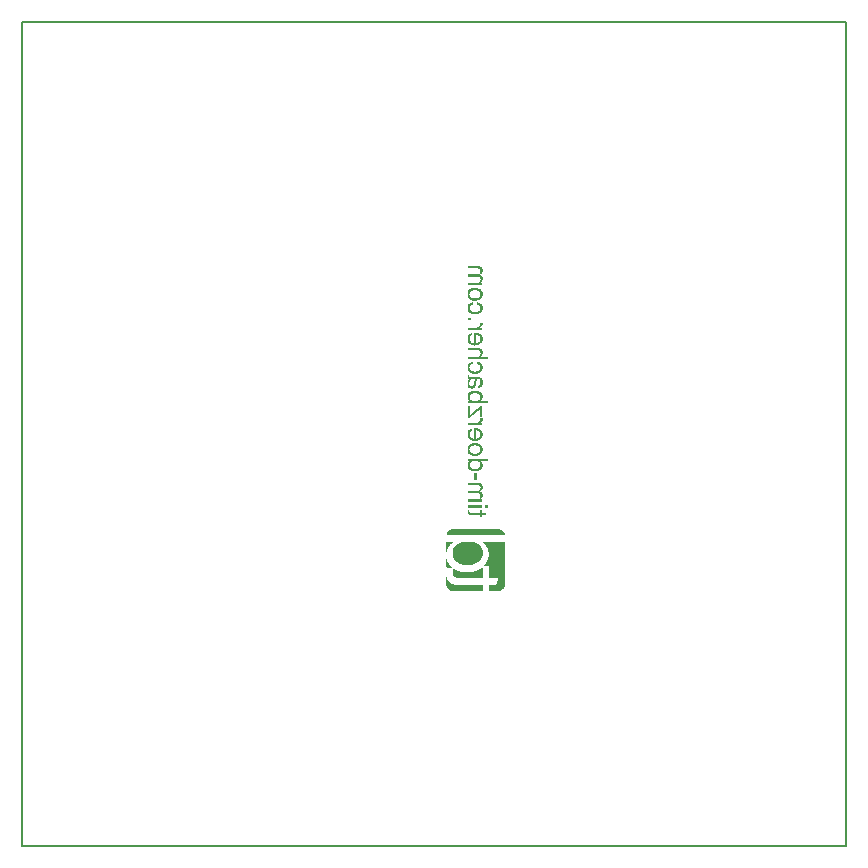
<source format=gbo>
G04 MADE WITH FRITZING*
G04 WWW.FRITZING.ORG*
G04 DOUBLE SIDED*
G04 HOLES PLATED*
G04 CONTOUR ON CENTER OF CONTOUR VECTOR*
%ASAXBY*%
%FSLAX23Y23*%
%MOIN*%
%OFA0B0*%
%SFA1.0B1.0*%
%ADD10R,2.755910X2.755910X2.739910X2.739910*%
%ADD11C,0.008000*%
%ADD12R,0.001000X0.001000*%
%LNSILK0*%
G90*
G70*
G54D11*
X4Y2752D02*
X2752Y2752D01*
X2752Y4D01*
X4Y4D01*
X4Y2752D01*
D02*
G54D12*
X1492Y1936D02*
X1531Y1936D01*
X1492Y1935D02*
X1533Y1935D01*
X1492Y1934D02*
X1535Y1934D01*
X1492Y1933D02*
X1536Y1933D01*
X1492Y1932D02*
X1537Y1932D01*
X1492Y1931D02*
X1537Y1931D01*
X1492Y1930D02*
X1538Y1930D01*
X1526Y1929D02*
X1538Y1929D01*
X1529Y1928D02*
X1539Y1928D01*
X1531Y1927D02*
X1539Y1927D01*
X1532Y1926D02*
X1539Y1926D01*
X1533Y1925D02*
X1539Y1925D01*
X1533Y1924D02*
X1539Y1924D01*
X1533Y1923D02*
X1539Y1923D01*
X1533Y1922D02*
X1539Y1922D01*
X1534Y1921D02*
X1539Y1921D01*
X1534Y1920D02*
X1539Y1920D01*
X1533Y1919D02*
X1539Y1919D01*
X1533Y1918D02*
X1539Y1918D01*
X1533Y1917D02*
X1538Y1917D01*
X1533Y1916D02*
X1538Y1916D01*
X1532Y1915D02*
X1537Y1915D01*
X1531Y1914D02*
X1537Y1914D01*
X1530Y1913D02*
X1536Y1913D01*
X1529Y1912D02*
X1535Y1912D01*
X1528Y1911D02*
X1535Y1911D01*
X1525Y1910D02*
X1533Y1910D01*
X1492Y1909D02*
X1532Y1909D01*
X1492Y1908D02*
X1533Y1908D01*
X1492Y1907D02*
X1534Y1907D01*
X1492Y1906D02*
X1535Y1906D01*
X1492Y1905D02*
X1536Y1905D01*
X1492Y1904D02*
X1537Y1904D01*
X1492Y1903D02*
X1538Y1903D01*
X1492Y1902D02*
X1538Y1902D01*
X1529Y1901D02*
X1538Y1901D01*
X1530Y1900D02*
X1539Y1900D01*
X1532Y1899D02*
X1539Y1899D01*
X1532Y1898D02*
X1539Y1898D01*
X1533Y1897D02*
X1539Y1897D01*
X1533Y1896D02*
X1539Y1896D01*
X1533Y1895D02*
X1539Y1895D01*
X1534Y1894D02*
X1539Y1894D01*
X1534Y1893D02*
X1539Y1893D01*
X1534Y1892D02*
X1539Y1892D01*
X1533Y1891D02*
X1539Y1891D01*
X1533Y1890D02*
X1538Y1890D01*
X1533Y1889D02*
X1538Y1889D01*
X1532Y1888D02*
X1537Y1888D01*
X1532Y1887D02*
X1537Y1887D01*
X1531Y1886D02*
X1536Y1886D01*
X1530Y1885D02*
X1535Y1885D01*
X1528Y1884D02*
X1534Y1884D01*
X1527Y1883D02*
X1533Y1883D01*
X1522Y1882D02*
X1532Y1882D01*
X1492Y1881D02*
X1538Y1881D01*
X1492Y1880D02*
X1538Y1880D01*
X1492Y1879D02*
X1538Y1879D01*
X1492Y1878D02*
X1538Y1878D01*
X1492Y1877D02*
X1538Y1877D01*
X1492Y1876D02*
X1538Y1876D01*
X1492Y1875D02*
X1538Y1875D01*
X1507Y1864D02*
X1521Y1864D01*
X1503Y1863D02*
X1525Y1863D01*
X1501Y1862D02*
X1528Y1862D01*
X1499Y1861D02*
X1530Y1861D01*
X1498Y1860D02*
X1531Y1860D01*
X1496Y1859D02*
X1533Y1859D01*
X1495Y1858D02*
X1534Y1858D01*
X1494Y1857D02*
X1534Y1857D01*
X1493Y1856D02*
X1506Y1856D01*
X1522Y1856D02*
X1535Y1856D01*
X1493Y1855D02*
X1503Y1855D01*
X1525Y1855D02*
X1536Y1855D01*
X1492Y1854D02*
X1502Y1854D01*
X1527Y1854D02*
X1537Y1854D01*
X1492Y1853D02*
X1500Y1853D01*
X1529Y1853D02*
X1537Y1853D01*
X1491Y1852D02*
X1499Y1852D01*
X1530Y1852D02*
X1538Y1852D01*
X1491Y1851D02*
X1498Y1851D01*
X1531Y1851D02*
X1538Y1851D01*
X1490Y1850D02*
X1497Y1850D01*
X1531Y1850D02*
X1538Y1850D01*
X1490Y1849D02*
X1497Y1849D01*
X1532Y1849D02*
X1539Y1849D01*
X1490Y1848D02*
X1496Y1848D01*
X1532Y1848D02*
X1539Y1848D01*
X1490Y1847D02*
X1496Y1847D01*
X1533Y1847D02*
X1539Y1847D01*
X1490Y1846D02*
X1496Y1846D01*
X1533Y1846D02*
X1539Y1846D01*
X1490Y1845D02*
X1496Y1845D01*
X1533Y1845D02*
X1539Y1845D01*
X1490Y1844D02*
X1496Y1844D01*
X1533Y1844D02*
X1539Y1844D01*
X1490Y1843D02*
X1495Y1843D01*
X1533Y1843D02*
X1539Y1843D01*
X1490Y1842D02*
X1496Y1842D01*
X1533Y1842D02*
X1539Y1842D01*
X1490Y1841D02*
X1496Y1841D01*
X1533Y1841D02*
X1539Y1841D01*
X1490Y1840D02*
X1496Y1840D01*
X1533Y1840D02*
X1539Y1840D01*
X1490Y1839D02*
X1496Y1839D01*
X1532Y1839D02*
X1539Y1839D01*
X1490Y1838D02*
X1497Y1838D01*
X1532Y1838D02*
X1539Y1838D01*
X1490Y1837D02*
X1497Y1837D01*
X1532Y1837D02*
X1538Y1837D01*
X1491Y1836D02*
X1498Y1836D01*
X1531Y1836D02*
X1538Y1836D01*
X1491Y1835D02*
X1499Y1835D01*
X1530Y1835D02*
X1538Y1835D01*
X1491Y1834D02*
X1500Y1834D01*
X1529Y1834D02*
X1537Y1834D01*
X1492Y1833D02*
X1501Y1833D01*
X1528Y1833D02*
X1537Y1833D01*
X1493Y1832D02*
X1503Y1832D01*
X1526Y1832D02*
X1536Y1832D01*
X1493Y1831D02*
X1506Y1831D01*
X1523Y1831D02*
X1536Y1831D01*
X1494Y1830D02*
X1511Y1830D01*
X1517Y1830D02*
X1535Y1830D01*
X1495Y1829D02*
X1534Y1829D01*
X1496Y1828D02*
X1533Y1828D01*
X1497Y1827D02*
X1531Y1827D01*
X1499Y1826D02*
X1530Y1826D01*
X1500Y1825D02*
X1528Y1825D01*
X1503Y1824D02*
X1526Y1824D01*
X1506Y1823D02*
X1522Y1823D01*
X1504Y1816D02*
X1507Y1816D01*
X1523Y1816D02*
X1523Y1816D01*
X1500Y1815D02*
X1507Y1815D01*
X1523Y1815D02*
X1528Y1815D01*
X1498Y1814D02*
X1507Y1814D01*
X1523Y1814D02*
X1530Y1814D01*
X1497Y1813D02*
X1507Y1813D01*
X1523Y1813D02*
X1532Y1813D01*
X1496Y1812D02*
X1507Y1812D01*
X1523Y1812D02*
X1533Y1812D01*
X1494Y1811D02*
X1507Y1811D01*
X1523Y1811D02*
X1534Y1811D01*
X1494Y1810D02*
X1507Y1810D01*
X1523Y1810D02*
X1535Y1810D01*
X1493Y1809D02*
X1506Y1809D01*
X1523Y1809D02*
X1536Y1809D01*
X1492Y1808D02*
X1503Y1808D01*
X1525Y1808D02*
X1537Y1808D01*
X1492Y1807D02*
X1501Y1807D01*
X1528Y1807D02*
X1537Y1807D01*
X1491Y1806D02*
X1499Y1806D01*
X1529Y1806D02*
X1538Y1806D01*
X1491Y1805D02*
X1498Y1805D01*
X1531Y1805D02*
X1538Y1805D01*
X1490Y1804D02*
X1497Y1804D01*
X1531Y1804D02*
X1538Y1804D01*
X1490Y1803D02*
X1497Y1803D01*
X1532Y1803D02*
X1539Y1803D01*
X1490Y1802D02*
X1496Y1802D01*
X1532Y1802D02*
X1539Y1802D01*
X1490Y1801D02*
X1496Y1801D01*
X1533Y1801D02*
X1539Y1801D01*
X1490Y1800D02*
X1496Y1800D01*
X1533Y1800D02*
X1539Y1800D01*
X1490Y1799D02*
X1496Y1799D01*
X1533Y1799D02*
X1539Y1799D01*
X1490Y1798D02*
X1495Y1798D01*
X1533Y1798D02*
X1539Y1798D01*
X1490Y1797D02*
X1496Y1797D01*
X1533Y1797D02*
X1539Y1797D01*
X1490Y1796D02*
X1496Y1796D01*
X1533Y1796D02*
X1539Y1796D01*
X1490Y1795D02*
X1496Y1795D01*
X1533Y1795D02*
X1539Y1795D01*
X1490Y1794D02*
X1496Y1794D01*
X1533Y1794D02*
X1539Y1794D01*
X1490Y1793D02*
X1496Y1793D01*
X1532Y1793D02*
X1539Y1793D01*
X1490Y1792D02*
X1497Y1792D01*
X1532Y1792D02*
X1539Y1792D01*
X1490Y1791D02*
X1497Y1791D01*
X1531Y1791D02*
X1538Y1791D01*
X1491Y1790D02*
X1498Y1790D01*
X1531Y1790D02*
X1538Y1790D01*
X1491Y1789D02*
X1499Y1789D01*
X1530Y1789D02*
X1537Y1789D01*
X1492Y1788D02*
X1500Y1788D01*
X1528Y1788D02*
X1537Y1788D01*
X1492Y1787D02*
X1502Y1787D01*
X1527Y1787D02*
X1536Y1787D01*
X1493Y1786D02*
X1504Y1786D01*
X1525Y1786D02*
X1536Y1786D01*
X1493Y1785D02*
X1507Y1785D01*
X1521Y1785D02*
X1535Y1785D01*
X1494Y1784D02*
X1534Y1784D01*
X1495Y1783D02*
X1533Y1783D01*
X1496Y1782D02*
X1532Y1782D01*
X1498Y1781D02*
X1530Y1781D01*
X1499Y1780D02*
X1529Y1780D01*
X1501Y1779D02*
X1527Y1779D01*
X1504Y1778D02*
X1524Y1778D01*
X1508Y1777D02*
X1520Y1777D01*
X1492Y1765D02*
X1500Y1765D01*
X1492Y1764D02*
X1500Y1764D01*
X1492Y1763D02*
X1500Y1763D01*
X1492Y1762D02*
X1500Y1762D01*
X1492Y1761D02*
X1500Y1761D01*
X1492Y1760D02*
X1500Y1760D01*
X1492Y1759D02*
X1500Y1759D01*
X1492Y1758D02*
X1500Y1758D01*
X1492Y1757D02*
X1500Y1757D01*
X1532Y1747D02*
X1539Y1747D01*
X1532Y1746D02*
X1539Y1746D01*
X1532Y1745D02*
X1539Y1745D01*
X1532Y1744D02*
X1539Y1744D01*
X1532Y1743D02*
X1539Y1743D01*
X1532Y1742D02*
X1539Y1742D01*
X1531Y1741D02*
X1539Y1741D01*
X1531Y1740D02*
X1538Y1740D01*
X1530Y1739D02*
X1538Y1739D01*
X1530Y1738D02*
X1537Y1738D01*
X1529Y1737D02*
X1536Y1737D01*
X1529Y1736D02*
X1535Y1736D01*
X1527Y1735D02*
X1534Y1735D01*
X1526Y1734D02*
X1533Y1734D01*
X1522Y1733D02*
X1531Y1733D01*
X1492Y1732D02*
X1530Y1732D01*
X1492Y1731D02*
X1538Y1731D01*
X1492Y1730D02*
X1538Y1730D01*
X1492Y1729D02*
X1538Y1729D01*
X1492Y1728D02*
X1538Y1728D01*
X1492Y1727D02*
X1538Y1727D01*
X1492Y1726D02*
X1538Y1726D01*
X1492Y1725D02*
X1538Y1725D01*
X1513Y1715D02*
X1521Y1715D01*
X1504Y1714D02*
X1505Y1714D01*
X1513Y1714D02*
X1526Y1714D01*
X1501Y1713D02*
X1505Y1713D01*
X1513Y1713D02*
X1528Y1713D01*
X1499Y1712D02*
X1505Y1712D01*
X1513Y1712D02*
X1530Y1712D01*
X1497Y1711D02*
X1505Y1711D01*
X1513Y1711D02*
X1532Y1711D01*
X1496Y1710D02*
X1505Y1710D01*
X1513Y1710D02*
X1533Y1710D01*
X1495Y1709D02*
X1505Y1709D01*
X1513Y1709D02*
X1534Y1709D01*
X1494Y1708D02*
X1505Y1708D01*
X1513Y1708D02*
X1535Y1708D01*
X1493Y1707D02*
X1505Y1707D01*
X1513Y1707D02*
X1518Y1707D01*
X1523Y1707D02*
X1535Y1707D01*
X1493Y1706D02*
X1502Y1706D01*
X1513Y1706D02*
X1518Y1706D01*
X1526Y1706D02*
X1536Y1706D01*
X1492Y1705D02*
X1501Y1705D01*
X1513Y1705D02*
X1518Y1705D01*
X1528Y1705D02*
X1537Y1705D01*
X1492Y1704D02*
X1499Y1704D01*
X1513Y1704D02*
X1518Y1704D01*
X1529Y1704D02*
X1537Y1704D01*
X1491Y1703D02*
X1498Y1703D01*
X1513Y1703D02*
X1518Y1703D01*
X1530Y1703D02*
X1538Y1703D01*
X1491Y1702D02*
X1498Y1702D01*
X1513Y1702D02*
X1518Y1702D01*
X1531Y1702D02*
X1538Y1702D01*
X1490Y1701D02*
X1497Y1701D01*
X1513Y1701D02*
X1518Y1701D01*
X1531Y1701D02*
X1538Y1701D01*
X1490Y1700D02*
X1496Y1700D01*
X1513Y1700D02*
X1518Y1700D01*
X1532Y1700D02*
X1539Y1700D01*
X1490Y1699D02*
X1496Y1699D01*
X1513Y1699D02*
X1518Y1699D01*
X1532Y1699D02*
X1539Y1699D01*
X1490Y1698D02*
X1496Y1698D01*
X1513Y1698D02*
X1518Y1698D01*
X1533Y1698D02*
X1539Y1698D01*
X1490Y1697D02*
X1496Y1697D01*
X1513Y1697D02*
X1518Y1697D01*
X1533Y1697D02*
X1539Y1697D01*
X1490Y1696D02*
X1496Y1696D01*
X1513Y1696D02*
X1518Y1696D01*
X1533Y1696D02*
X1539Y1696D01*
X1490Y1695D02*
X1495Y1695D01*
X1513Y1695D02*
X1518Y1695D01*
X1533Y1695D02*
X1539Y1695D01*
X1490Y1694D02*
X1496Y1694D01*
X1513Y1694D02*
X1518Y1694D01*
X1533Y1694D02*
X1539Y1694D01*
X1490Y1693D02*
X1496Y1693D01*
X1513Y1693D02*
X1518Y1693D01*
X1533Y1693D02*
X1539Y1693D01*
X1490Y1692D02*
X1496Y1692D01*
X1513Y1692D02*
X1518Y1692D01*
X1533Y1692D02*
X1539Y1692D01*
X1490Y1691D02*
X1496Y1691D01*
X1513Y1691D02*
X1518Y1691D01*
X1533Y1691D02*
X1539Y1691D01*
X1490Y1690D02*
X1496Y1690D01*
X1513Y1690D02*
X1518Y1690D01*
X1532Y1690D02*
X1539Y1690D01*
X1490Y1689D02*
X1497Y1689D01*
X1513Y1689D02*
X1518Y1689D01*
X1532Y1689D02*
X1539Y1689D01*
X1490Y1688D02*
X1497Y1688D01*
X1513Y1688D02*
X1518Y1688D01*
X1532Y1688D02*
X1538Y1688D01*
X1491Y1687D02*
X1498Y1687D01*
X1513Y1687D02*
X1518Y1687D01*
X1531Y1687D02*
X1538Y1687D01*
X1491Y1686D02*
X1499Y1686D01*
X1513Y1686D02*
X1518Y1686D01*
X1530Y1686D02*
X1538Y1686D01*
X1491Y1685D02*
X1499Y1685D01*
X1513Y1685D02*
X1518Y1685D01*
X1529Y1685D02*
X1537Y1685D01*
X1492Y1684D02*
X1501Y1684D01*
X1513Y1684D02*
X1518Y1684D01*
X1528Y1684D02*
X1536Y1684D01*
X1493Y1683D02*
X1502Y1683D01*
X1513Y1683D02*
X1518Y1683D01*
X1526Y1683D02*
X1536Y1683D01*
X1493Y1682D02*
X1504Y1682D01*
X1513Y1682D02*
X1518Y1682D01*
X1524Y1682D02*
X1535Y1682D01*
X1494Y1681D02*
X1508Y1681D01*
X1512Y1681D02*
X1534Y1681D01*
X1495Y1680D02*
X1533Y1680D01*
X1496Y1679D02*
X1532Y1679D01*
X1497Y1678D02*
X1531Y1678D01*
X1499Y1677D02*
X1530Y1677D01*
X1500Y1676D02*
X1528Y1676D01*
X1503Y1675D02*
X1525Y1675D01*
X1506Y1674D02*
X1522Y1674D01*
X1513Y1673D02*
X1515Y1673D01*
X1492Y1663D02*
X1531Y1663D01*
X1492Y1662D02*
X1533Y1662D01*
X1492Y1661D02*
X1535Y1661D01*
X1492Y1660D02*
X1536Y1660D01*
X1492Y1659D02*
X1536Y1659D01*
X1492Y1658D02*
X1537Y1658D01*
X1492Y1657D02*
X1538Y1657D01*
X1527Y1656D02*
X1538Y1656D01*
X1530Y1655D02*
X1538Y1655D01*
X1531Y1654D02*
X1539Y1654D01*
X1532Y1653D02*
X1539Y1653D01*
X1532Y1652D02*
X1539Y1652D01*
X1533Y1651D02*
X1539Y1651D01*
X1533Y1650D02*
X1539Y1650D01*
X1533Y1649D02*
X1539Y1649D01*
X1534Y1648D02*
X1539Y1648D01*
X1534Y1647D02*
X1539Y1647D01*
X1534Y1646D02*
X1539Y1646D01*
X1533Y1645D02*
X1539Y1645D01*
X1533Y1644D02*
X1539Y1644D01*
X1533Y1643D02*
X1538Y1643D01*
X1533Y1642D02*
X1538Y1642D01*
X1532Y1641D02*
X1538Y1641D01*
X1532Y1640D02*
X1537Y1640D01*
X1531Y1639D02*
X1536Y1639D01*
X1530Y1638D02*
X1536Y1638D01*
X1529Y1637D02*
X1535Y1637D01*
X1527Y1636D02*
X1534Y1636D01*
X1525Y1635D02*
X1533Y1635D01*
X1520Y1634D02*
X1532Y1634D01*
X1492Y1633D02*
X1556Y1633D01*
X1492Y1632D02*
X1556Y1632D01*
X1492Y1631D02*
X1556Y1631D01*
X1492Y1630D02*
X1556Y1630D01*
X1492Y1629D02*
X1556Y1629D01*
X1492Y1628D02*
X1556Y1628D01*
X1492Y1627D02*
X1556Y1627D01*
X1503Y1617D02*
X1507Y1617D01*
X1523Y1617D02*
X1525Y1617D01*
X1500Y1616D02*
X1507Y1616D01*
X1523Y1616D02*
X1529Y1616D01*
X1498Y1615D02*
X1507Y1615D01*
X1523Y1615D02*
X1531Y1615D01*
X1496Y1614D02*
X1507Y1614D01*
X1523Y1614D02*
X1532Y1614D01*
X1495Y1613D02*
X1507Y1613D01*
X1523Y1613D02*
X1534Y1613D01*
X1494Y1612D02*
X1507Y1612D01*
X1523Y1612D02*
X1535Y1612D01*
X1493Y1611D02*
X1507Y1611D01*
X1523Y1611D02*
X1535Y1611D01*
X1493Y1610D02*
X1505Y1610D01*
X1523Y1610D02*
X1536Y1610D01*
X1492Y1609D02*
X1502Y1609D01*
X1526Y1609D02*
X1537Y1609D01*
X1492Y1608D02*
X1500Y1608D01*
X1528Y1608D02*
X1537Y1608D01*
X1491Y1607D02*
X1499Y1607D01*
X1530Y1607D02*
X1538Y1607D01*
X1491Y1606D02*
X1498Y1606D01*
X1531Y1606D02*
X1538Y1606D01*
X1490Y1605D02*
X1497Y1605D01*
X1532Y1605D02*
X1538Y1605D01*
X1490Y1604D02*
X1497Y1604D01*
X1532Y1604D02*
X1539Y1604D01*
X1490Y1603D02*
X1496Y1603D01*
X1533Y1603D02*
X1539Y1603D01*
X1490Y1602D02*
X1496Y1602D01*
X1533Y1602D02*
X1539Y1602D01*
X1490Y1601D02*
X1496Y1601D01*
X1533Y1601D02*
X1539Y1601D01*
X1490Y1600D02*
X1496Y1600D01*
X1533Y1600D02*
X1539Y1600D01*
X1490Y1599D02*
X1495Y1599D01*
X1533Y1599D02*
X1539Y1599D01*
X1490Y1598D02*
X1496Y1598D01*
X1533Y1598D02*
X1539Y1598D01*
X1490Y1597D02*
X1496Y1597D01*
X1533Y1597D02*
X1539Y1597D01*
X1490Y1596D02*
X1496Y1596D01*
X1533Y1596D02*
X1539Y1596D01*
X1490Y1595D02*
X1496Y1595D01*
X1533Y1595D02*
X1539Y1595D01*
X1490Y1594D02*
X1496Y1594D01*
X1532Y1594D02*
X1539Y1594D01*
X1490Y1593D02*
X1497Y1593D01*
X1532Y1593D02*
X1538Y1593D01*
X1490Y1592D02*
X1498Y1592D01*
X1531Y1592D02*
X1538Y1592D01*
X1491Y1591D02*
X1498Y1591D01*
X1530Y1591D02*
X1538Y1591D01*
X1491Y1590D02*
X1499Y1590D01*
X1529Y1590D02*
X1537Y1590D01*
X1492Y1589D02*
X1500Y1589D01*
X1528Y1589D02*
X1537Y1589D01*
X1492Y1588D02*
X1502Y1588D01*
X1526Y1588D02*
X1536Y1588D01*
X1493Y1587D02*
X1505Y1587D01*
X1524Y1587D02*
X1535Y1587D01*
X1494Y1586D02*
X1509Y1586D01*
X1519Y1586D02*
X1535Y1586D01*
X1495Y1585D02*
X1534Y1585D01*
X1496Y1584D02*
X1533Y1584D01*
X1497Y1583D02*
X1531Y1583D01*
X1498Y1582D02*
X1530Y1582D01*
X1500Y1581D02*
X1528Y1581D01*
X1502Y1580D02*
X1526Y1580D01*
X1505Y1579D02*
X1523Y1579D01*
X1511Y1578D02*
X1517Y1578D01*
X1491Y1573D02*
X1495Y1573D01*
X1490Y1572D02*
X1495Y1572D01*
X1490Y1571D02*
X1495Y1571D01*
X1490Y1570D02*
X1495Y1570D01*
X1490Y1569D02*
X1495Y1569D01*
X1490Y1568D02*
X1496Y1568D01*
X1490Y1567D02*
X1530Y1567D01*
X1490Y1566D02*
X1532Y1566D01*
X1490Y1565D02*
X1534Y1565D01*
X1490Y1564D02*
X1535Y1564D01*
X1491Y1563D02*
X1536Y1563D01*
X1492Y1562D02*
X1536Y1562D01*
X1493Y1561D02*
X1537Y1561D01*
X1496Y1560D02*
X1537Y1560D01*
X1495Y1559D02*
X1502Y1559D01*
X1515Y1559D02*
X1521Y1559D01*
X1530Y1559D02*
X1538Y1559D01*
X1495Y1558D02*
X1500Y1558D01*
X1514Y1558D02*
X1520Y1558D01*
X1531Y1558D02*
X1538Y1558D01*
X1494Y1557D02*
X1499Y1557D01*
X1514Y1557D02*
X1519Y1557D01*
X1532Y1557D02*
X1538Y1557D01*
X1493Y1556D02*
X1498Y1556D01*
X1514Y1556D02*
X1519Y1556D01*
X1532Y1556D02*
X1539Y1556D01*
X1493Y1555D02*
X1498Y1555D01*
X1514Y1555D02*
X1519Y1555D01*
X1532Y1555D02*
X1539Y1555D01*
X1492Y1554D02*
X1497Y1554D01*
X1513Y1554D02*
X1518Y1554D01*
X1533Y1554D02*
X1539Y1554D01*
X1492Y1553D02*
X1497Y1553D01*
X1513Y1553D02*
X1518Y1553D01*
X1533Y1553D02*
X1539Y1553D01*
X1491Y1552D02*
X1496Y1552D01*
X1513Y1552D02*
X1518Y1552D01*
X1533Y1552D02*
X1539Y1552D01*
X1491Y1551D02*
X1496Y1551D01*
X1513Y1551D02*
X1518Y1551D01*
X1533Y1551D02*
X1539Y1551D01*
X1490Y1550D02*
X1496Y1550D01*
X1513Y1550D02*
X1518Y1550D01*
X1533Y1550D02*
X1539Y1550D01*
X1490Y1549D02*
X1495Y1549D01*
X1512Y1549D02*
X1518Y1549D01*
X1533Y1549D02*
X1539Y1549D01*
X1490Y1548D02*
X1495Y1548D01*
X1512Y1548D02*
X1517Y1548D01*
X1533Y1548D02*
X1539Y1548D01*
X1490Y1547D02*
X1495Y1547D01*
X1512Y1547D02*
X1517Y1547D01*
X1533Y1547D02*
X1539Y1547D01*
X1490Y1546D02*
X1495Y1546D01*
X1512Y1546D02*
X1517Y1546D01*
X1533Y1546D02*
X1539Y1546D01*
X1490Y1545D02*
X1495Y1545D01*
X1512Y1545D02*
X1517Y1545D01*
X1533Y1545D02*
X1539Y1545D01*
X1490Y1544D02*
X1495Y1544D01*
X1512Y1544D02*
X1517Y1544D01*
X1532Y1544D02*
X1539Y1544D01*
X1490Y1543D02*
X1495Y1543D01*
X1511Y1543D02*
X1517Y1543D01*
X1532Y1543D02*
X1539Y1543D01*
X1490Y1542D02*
X1496Y1542D01*
X1511Y1542D02*
X1516Y1542D01*
X1532Y1542D02*
X1538Y1542D01*
X1490Y1541D02*
X1496Y1541D01*
X1510Y1541D02*
X1516Y1541D01*
X1531Y1541D02*
X1538Y1541D01*
X1490Y1540D02*
X1496Y1540D01*
X1510Y1540D02*
X1516Y1540D01*
X1530Y1540D02*
X1538Y1540D01*
X1490Y1539D02*
X1497Y1539D01*
X1509Y1539D02*
X1516Y1539D01*
X1528Y1539D02*
X1537Y1539D01*
X1490Y1538D02*
X1498Y1538D01*
X1508Y1538D02*
X1515Y1538D01*
X1525Y1538D02*
X1537Y1538D01*
X1491Y1537D02*
X1500Y1537D01*
X1506Y1537D02*
X1515Y1537D01*
X1525Y1537D02*
X1536Y1537D01*
X1491Y1536D02*
X1515Y1536D01*
X1525Y1536D02*
X1536Y1536D01*
X1492Y1535D02*
X1514Y1535D01*
X1525Y1535D02*
X1535Y1535D01*
X1492Y1534D02*
X1514Y1534D01*
X1525Y1534D02*
X1534Y1534D01*
X1493Y1533D02*
X1513Y1533D01*
X1525Y1533D02*
X1532Y1533D01*
X1494Y1532D02*
X1512Y1532D01*
X1525Y1532D02*
X1530Y1532D01*
X1495Y1531D02*
X1511Y1531D01*
X1525Y1531D02*
X1527Y1531D01*
X1497Y1530D02*
X1509Y1530D01*
X1500Y1529D02*
X1506Y1529D01*
X1507Y1521D02*
X1522Y1521D01*
X1504Y1520D02*
X1526Y1520D01*
X1501Y1519D02*
X1528Y1519D01*
X1499Y1518D02*
X1530Y1518D01*
X1498Y1517D02*
X1532Y1517D01*
X1496Y1516D02*
X1533Y1516D01*
X1495Y1515D02*
X1534Y1515D01*
X1494Y1514D02*
X1513Y1514D01*
X1515Y1514D02*
X1535Y1514D01*
X1493Y1513D02*
X1506Y1513D01*
X1522Y1513D02*
X1536Y1513D01*
X1493Y1512D02*
X1504Y1512D01*
X1525Y1512D02*
X1536Y1512D01*
X1492Y1511D02*
X1502Y1511D01*
X1527Y1511D02*
X1537Y1511D01*
X1491Y1510D02*
X1500Y1510D01*
X1528Y1510D02*
X1538Y1510D01*
X1491Y1509D02*
X1499Y1509D01*
X1529Y1509D02*
X1538Y1509D01*
X1491Y1508D02*
X1498Y1508D01*
X1530Y1508D02*
X1538Y1508D01*
X1490Y1507D02*
X1498Y1507D01*
X1531Y1507D02*
X1539Y1507D01*
X1490Y1506D02*
X1497Y1506D01*
X1532Y1506D02*
X1539Y1506D01*
X1490Y1505D02*
X1497Y1505D01*
X1532Y1505D02*
X1539Y1505D01*
X1490Y1504D02*
X1496Y1504D01*
X1533Y1504D02*
X1539Y1504D01*
X1490Y1503D02*
X1496Y1503D01*
X1533Y1503D02*
X1539Y1503D01*
X1490Y1502D02*
X1496Y1502D01*
X1533Y1502D02*
X1539Y1502D01*
X1490Y1501D02*
X1496Y1501D01*
X1533Y1501D02*
X1539Y1501D01*
X1490Y1500D02*
X1496Y1500D01*
X1533Y1500D02*
X1539Y1500D01*
X1490Y1499D02*
X1496Y1499D01*
X1533Y1499D02*
X1539Y1499D01*
X1490Y1498D02*
X1496Y1498D01*
X1533Y1498D02*
X1539Y1498D01*
X1490Y1497D02*
X1496Y1497D01*
X1533Y1497D02*
X1539Y1497D01*
X1490Y1496D02*
X1496Y1496D01*
X1532Y1496D02*
X1538Y1496D01*
X1491Y1495D02*
X1497Y1495D01*
X1532Y1495D02*
X1538Y1495D01*
X1491Y1494D02*
X1497Y1494D01*
X1531Y1494D02*
X1538Y1494D01*
X1491Y1493D02*
X1498Y1493D01*
X1531Y1493D02*
X1537Y1493D01*
X1492Y1492D02*
X1499Y1492D01*
X1530Y1492D02*
X1536Y1492D01*
X1493Y1491D02*
X1500Y1491D01*
X1529Y1491D02*
X1536Y1491D01*
X1493Y1490D02*
X1502Y1490D01*
X1527Y1490D02*
X1535Y1490D01*
X1494Y1489D02*
X1503Y1489D01*
X1525Y1489D02*
X1534Y1489D01*
X1495Y1488D02*
X1506Y1488D01*
X1522Y1488D02*
X1533Y1488D01*
X1497Y1487D02*
X1556Y1487D01*
X1492Y1486D02*
X1556Y1486D01*
X1492Y1485D02*
X1556Y1485D01*
X1492Y1484D02*
X1556Y1484D01*
X1492Y1483D02*
X1556Y1483D01*
X1492Y1482D02*
X1556Y1482D01*
X1492Y1481D02*
X1556Y1481D01*
X1492Y1480D02*
X1556Y1480D01*
X1492Y1470D02*
X1497Y1470D01*
X1492Y1469D02*
X1497Y1469D01*
X1531Y1469D02*
X1538Y1469D01*
X1492Y1468D02*
X1497Y1468D01*
X1530Y1468D02*
X1538Y1468D01*
X1492Y1467D02*
X1497Y1467D01*
X1529Y1467D02*
X1538Y1467D01*
X1492Y1466D02*
X1497Y1466D01*
X1528Y1466D02*
X1538Y1466D01*
X1492Y1465D02*
X1497Y1465D01*
X1527Y1465D02*
X1538Y1465D01*
X1492Y1464D02*
X1497Y1464D01*
X1525Y1464D02*
X1538Y1464D01*
X1492Y1463D02*
X1497Y1463D01*
X1524Y1463D02*
X1538Y1463D01*
X1492Y1462D02*
X1497Y1462D01*
X1523Y1462D02*
X1538Y1462D01*
X1492Y1461D02*
X1497Y1461D01*
X1522Y1461D02*
X1538Y1461D01*
X1492Y1460D02*
X1497Y1460D01*
X1521Y1460D02*
X1538Y1460D01*
X1492Y1459D02*
X1497Y1459D01*
X1519Y1459D02*
X1529Y1459D01*
X1532Y1459D02*
X1538Y1459D01*
X1492Y1458D02*
X1497Y1458D01*
X1518Y1458D02*
X1528Y1458D01*
X1532Y1458D02*
X1538Y1458D01*
X1492Y1457D02*
X1497Y1457D01*
X1517Y1457D02*
X1527Y1457D01*
X1532Y1457D02*
X1538Y1457D01*
X1492Y1456D02*
X1497Y1456D01*
X1516Y1456D02*
X1526Y1456D01*
X1532Y1456D02*
X1538Y1456D01*
X1492Y1455D02*
X1497Y1455D01*
X1515Y1455D02*
X1525Y1455D01*
X1532Y1455D02*
X1538Y1455D01*
X1492Y1454D02*
X1497Y1454D01*
X1513Y1454D02*
X1523Y1454D01*
X1532Y1454D02*
X1538Y1454D01*
X1492Y1453D02*
X1497Y1453D01*
X1512Y1453D02*
X1522Y1453D01*
X1532Y1453D02*
X1538Y1453D01*
X1492Y1452D02*
X1497Y1452D01*
X1511Y1452D02*
X1521Y1452D01*
X1532Y1452D02*
X1538Y1452D01*
X1492Y1451D02*
X1497Y1451D01*
X1510Y1451D02*
X1520Y1451D01*
X1532Y1451D02*
X1538Y1451D01*
X1492Y1450D02*
X1497Y1450D01*
X1508Y1450D02*
X1519Y1450D01*
X1532Y1450D02*
X1538Y1450D01*
X1492Y1449D02*
X1497Y1449D01*
X1507Y1449D02*
X1517Y1449D01*
X1532Y1449D02*
X1538Y1449D01*
X1492Y1448D02*
X1497Y1448D01*
X1506Y1448D02*
X1516Y1448D01*
X1532Y1448D02*
X1538Y1448D01*
X1492Y1447D02*
X1497Y1447D01*
X1505Y1447D02*
X1515Y1447D01*
X1532Y1447D02*
X1538Y1447D01*
X1492Y1446D02*
X1497Y1446D01*
X1504Y1446D02*
X1514Y1446D01*
X1532Y1446D02*
X1538Y1446D01*
X1492Y1445D02*
X1497Y1445D01*
X1502Y1445D02*
X1513Y1445D01*
X1532Y1445D02*
X1538Y1445D01*
X1492Y1444D02*
X1497Y1444D01*
X1501Y1444D02*
X1511Y1444D01*
X1532Y1444D02*
X1538Y1444D01*
X1492Y1443D02*
X1497Y1443D01*
X1500Y1443D02*
X1510Y1443D01*
X1532Y1443D02*
X1538Y1443D01*
X1492Y1442D02*
X1497Y1442D01*
X1499Y1442D02*
X1509Y1442D01*
X1532Y1442D02*
X1538Y1442D01*
X1492Y1441D02*
X1508Y1441D01*
X1532Y1441D02*
X1538Y1441D01*
X1492Y1440D02*
X1506Y1440D01*
X1532Y1440D02*
X1538Y1440D01*
X1492Y1439D02*
X1505Y1439D01*
X1532Y1439D02*
X1538Y1439D01*
X1492Y1438D02*
X1504Y1438D01*
X1532Y1438D02*
X1538Y1438D01*
X1492Y1437D02*
X1503Y1437D01*
X1532Y1437D02*
X1538Y1437D01*
X1492Y1436D02*
X1502Y1436D01*
X1532Y1436D02*
X1538Y1436D01*
X1492Y1435D02*
X1500Y1435D01*
X1532Y1435D02*
X1538Y1435D01*
X1492Y1434D02*
X1499Y1434D01*
X1492Y1433D02*
X1498Y1433D01*
X1532Y1429D02*
X1539Y1429D01*
X1532Y1428D02*
X1539Y1428D01*
X1532Y1427D02*
X1539Y1427D01*
X1532Y1426D02*
X1539Y1426D01*
X1532Y1425D02*
X1539Y1425D01*
X1532Y1424D02*
X1539Y1424D01*
X1531Y1423D02*
X1539Y1423D01*
X1531Y1422D02*
X1538Y1422D01*
X1531Y1421D02*
X1538Y1421D01*
X1530Y1420D02*
X1537Y1420D01*
X1529Y1419D02*
X1536Y1419D01*
X1529Y1418D02*
X1535Y1418D01*
X1527Y1417D02*
X1534Y1417D01*
X1526Y1416D02*
X1533Y1416D01*
X1523Y1415D02*
X1531Y1415D01*
X1492Y1414D02*
X1530Y1414D01*
X1492Y1413D02*
X1538Y1413D01*
X1492Y1412D02*
X1538Y1412D01*
X1492Y1411D02*
X1538Y1411D01*
X1492Y1410D02*
X1538Y1410D01*
X1492Y1409D02*
X1538Y1409D01*
X1492Y1408D02*
X1538Y1408D01*
X1492Y1407D02*
X1538Y1407D01*
X1513Y1397D02*
X1520Y1397D01*
X1504Y1396D02*
X1505Y1396D01*
X1513Y1396D02*
X1525Y1396D01*
X1501Y1395D02*
X1505Y1395D01*
X1513Y1395D02*
X1528Y1395D01*
X1499Y1394D02*
X1505Y1394D01*
X1513Y1394D02*
X1530Y1394D01*
X1497Y1393D02*
X1505Y1393D01*
X1513Y1393D02*
X1531Y1393D01*
X1496Y1392D02*
X1505Y1392D01*
X1513Y1392D02*
X1533Y1392D01*
X1495Y1391D02*
X1505Y1391D01*
X1513Y1391D02*
X1534Y1391D01*
X1494Y1390D02*
X1505Y1390D01*
X1513Y1390D02*
X1534Y1390D01*
X1493Y1389D02*
X1505Y1389D01*
X1513Y1389D02*
X1518Y1389D01*
X1523Y1389D02*
X1535Y1389D01*
X1493Y1388D02*
X1503Y1388D01*
X1513Y1388D02*
X1518Y1388D01*
X1526Y1388D02*
X1536Y1388D01*
X1492Y1387D02*
X1501Y1387D01*
X1513Y1387D02*
X1518Y1387D01*
X1528Y1387D02*
X1537Y1387D01*
X1492Y1386D02*
X1500Y1386D01*
X1513Y1386D02*
X1518Y1386D01*
X1529Y1386D02*
X1537Y1386D01*
X1491Y1385D02*
X1499Y1385D01*
X1513Y1385D02*
X1518Y1385D01*
X1530Y1385D02*
X1538Y1385D01*
X1491Y1384D02*
X1498Y1384D01*
X1513Y1384D02*
X1518Y1384D01*
X1531Y1384D02*
X1538Y1384D01*
X1490Y1383D02*
X1497Y1383D01*
X1513Y1383D02*
X1518Y1383D01*
X1531Y1383D02*
X1538Y1383D01*
X1490Y1382D02*
X1497Y1382D01*
X1513Y1382D02*
X1518Y1382D01*
X1532Y1382D02*
X1539Y1382D01*
X1490Y1381D02*
X1496Y1381D01*
X1513Y1381D02*
X1518Y1381D01*
X1532Y1381D02*
X1539Y1381D01*
X1490Y1380D02*
X1496Y1380D01*
X1513Y1380D02*
X1518Y1380D01*
X1533Y1380D02*
X1539Y1380D01*
X1490Y1379D02*
X1496Y1379D01*
X1513Y1379D02*
X1518Y1379D01*
X1533Y1379D02*
X1539Y1379D01*
X1490Y1378D02*
X1496Y1378D01*
X1513Y1378D02*
X1518Y1378D01*
X1533Y1378D02*
X1539Y1378D01*
X1490Y1377D02*
X1495Y1377D01*
X1513Y1377D02*
X1518Y1377D01*
X1533Y1377D02*
X1539Y1377D01*
X1490Y1376D02*
X1496Y1376D01*
X1513Y1376D02*
X1518Y1376D01*
X1533Y1376D02*
X1539Y1376D01*
X1490Y1375D02*
X1496Y1375D01*
X1513Y1375D02*
X1518Y1375D01*
X1533Y1375D02*
X1539Y1375D01*
X1490Y1374D02*
X1496Y1374D01*
X1513Y1374D02*
X1518Y1374D01*
X1533Y1374D02*
X1539Y1374D01*
X1490Y1373D02*
X1496Y1373D01*
X1513Y1373D02*
X1518Y1373D01*
X1533Y1373D02*
X1539Y1373D01*
X1490Y1372D02*
X1496Y1372D01*
X1513Y1372D02*
X1518Y1372D01*
X1533Y1372D02*
X1539Y1372D01*
X1490Y1371D02*
X1497Y1371D01*
X1513Y1371D02*
X1518Y1371D01*
X1532Y1371D02*
X1539Y1371D01*
X1490Y1370D02*
X1497Y1370D01*
X1513Y1370D02*
X1518Y1370D01*
X1532Y1370D02*
X1538Y1370D01*
X1491Y1369D02*
X1498Y1369D01*
X1513Y1369D02*
X1518Y1369D01*
X1531Y1369D02*
X1538Y1369D01*
X1491Y1368D02*
X1498Y1368D01*
X1513Y1368D02*
X1518Y1368D01*
X1530Y1368D02*
X1538Y1368D01*
X1491Y1367D02*
X1499Y1367D01*
X1513Y1367D02*
X1518Y1367D01*
X1529Y1367D02*
X1537Y1367D01*
X1492Y1366D02*
X1501Y1366D01*
X1513Y1366D02*
X1518Y1366D01*
X1528Y1366D02*
X1536Y1366D01*
X1493Y1365D02*
X1502Y1365D01*
X1513Y1365D02*
X1518Y1365D01*
X1526Y1365D02*
X1536Y1365D01*
X1493Y1364D02*
X1504Y1364D01*
X1513Y1364D02*
X1518Y1364D01*
X1524Y1364D02*
X1535Y1364D01*
X1494Y1363D02*
X1508Y1363D01*
X1513Y1363D02*
X1518Y1363D01*
X1520Y1363D02*
X1534Y1363D01*
X1495Y1362D02*
X1533Y1362D01*
X1496Y1361D02*
X1532Y1361D01*
X1497Y1360D02*
X1531Y1360D01*
X1499Y1359D02*
X1530Y1359D01*
X1500Y1358D02*
X1528Y1358D01*
X1502Y1357D02*
X1526Y1357D01*
X1505Y1356D02*
X1523Y1356D01*
X1512Y1355D02*
X1516Y1355D01*
X1513Y1347D02*
X1515Y1347D01*
X1506Y1346D02*
X1523Y1346D01*
X1503Y1345D02*
X1526Y1345D01*
X1500Y1344D02*
X1528Y1344D01*
X1499Y1343D02*
X1530Y1343D01*
X1497Y1342D02*
X1532Y1342D01*
X1496Y1341D02*
X1533Y1341D01*
X1495Y1340D02*
X1534Y1340D01*
X1494Y1339D02*
X1510Y1339D01*
X1518Y1339D02*
X1535Y1339D01*
X1493Y1338D02*
X1505Y1338D01*
X1523Y1338D02*
X1536Y1338D01*
X1493Y1337D02*
X1503Y1337D01*
X1526Y1337D02*
X1536Y1337D01*
X1492Y1336D02*
X1501Y1336D01*
X1528Y1336D02*
X1537Y1336D01*
X1491Y1335D02*
X1500Y1335D01*
X1529Y1335D02*
X1537Y1335D01*
X1491Y1334D02*
X1499Y1334D01*
X1530Y1334D02*
X1538Y1334D01*
X1491Y1333D02*
X1498Y1333D01*
X1531Y1333D02*
X1538Y1333D01*
X1490Y1332D02*
X1497Y1332D01*
X1532Y1332D02*
X1538Y1332D01*
X1490Y1331D02*
X1497Y1331D01*
X1532Y1331D02*
X1539Y1331D01*
X1490Y1330D02*
X1496Y1330D01*
X1532Y1330D02*
X1539Y1330D01*
X1490Y1329D02*
X1496Y1329D01*
X1533Y1329D02*
X1539Y1329D01*
X1490Y1328D02*
X1496Y1328D01*
X1533Y1328D02*
X1539Y1328D01*
X1490Y1327D02*
X1496Y1327D01*
X1533Y1327D02*
X1539Y1327D01*
X1490Y1326D02*
X1495Y1326D01*
X1533Y1326D02*
X1539Y1326D01*
X1490Y1325D02*
X1496Y1325D01*
X1533Y1325D02*
X1539Y1325D01*
X1490Y1324D02*
X1496Y1324D01*
X1533Y1324D02*
X1539Y1324D01*
X1490Y1323D02*
X1496Y1323D01*
X1533Y1323D02*
X1539Y1323D01*
X1490Y1322D02*
X1496Y1322D01*
X1533Y1322D02*
X1539Y1322D01*
X1490Y1321D02*
X1496Y1321D01*
X1532Y1321D02*
X1539Y1321D01*
X1490Y1320D02*
X1497Y1320D01*
X1532Y1320D02*
X1539Y1320D01*
X1490Y1319D02*
X1497Y1319D01*
X1531Y1319D02*
X1538Y1319D01*
X1491Y1318D02*
X1498Y1318D01*
X1531Y1318D02*
X1538Y1318D01*
X1491Y1317D02*
X1499Y1317D01*
X1530Y1317D02*
X1538Y1317D01*
X1492Y1316D02*
X1500Y1316D01*
X1529Y1316D02*
X1537Y1316D01*
X1492Y1315D02*
X1502Y1315D01*
X1527Y1315D02*
X1537Y1315D01*
X1493Y1314D02*
X1504Y1314D01*
X1525Y1314D02*
X1536Y1314D01*
X1493Y1313D02*
X1507Y1313D01*
X1522Y1313D02*
X1535Y1313D01*
X1494Y1312D02*
X1534Y1312D01*
X1495Y1311D02*
X1533Y1311D01*
X1496Y1310D02*
X1532Y1310D01*
X1498Y1309D02*
X1531Y1309D01*
X1499Y1308D02*
X1530Y1308D01*
X1501Y1307D02*
X1528Y1307D01*
X1504Y1306D02*
X1525Y1306D01*
X1508Y1305D02*
X1521Y1305D01*
X1492Y1295D02*
X1556Y1295D01*
X1492Y1294D02*
X1556Y1294D01*
X1492Y1293D02*
X1556Y1293D01*
X1492Y1292D02*
X1556Y1292D01*
X1492Y1291D02*
X1556Y1291D01*
X1492Y1290D02*
X1556Y1290D01*
X1492Y1289D02*
X1556Y1289D01*
X1497Y1288D02*
X1512Y1288D01*
X1516Y1288D02*
X1533Y1288D01*
X1496Y1287D02*
X1506Y1287D01*
X1523Y1287D02*
X1533Y1287D01*
X1494Y1286D02*
X1503Y1286D01*
X1525Y1286D02*
X1534Y1286D01*
X1493Y1285D02*
X1501Y1285D01*
X1527Y1285D02*
X1535Y1285D01*
X1493Y1284D02*
X1500Y1284D01*
X1529Y1284D02*
X1536Y1284D01*
X1492Y1283D02*
X1499Y1283D01*
X1530Y1283D02*
X1537Y1283D01*
X1491Y1282D02*
X1498Y1282D01*
X1531Y1282D02*
X1537Y1282D01*
X1491Y1281D02*
X1497Y1281D01*
X1531Y1281D02*
X1538Y1281D01*
X1490Y1280D02*
X1497Y1280D01*
X1532Y1280D02*
X1538Y1280D01*
X1490Y1279D02*
X1496Y1279D01*
X1532Y1279D02*
X1538Y1279D01*
X1490Y1278D02*
X1496Y1278D01*
X1533Y1278D02*
X1539Y1278D01*
X1490Y1277D02*
X1496Y1277D01*
X1533Y1277D02*
X1539Y1277D01*
X1490Y1276D02*
X1496Y1276D01*
X1533Y1276D02*
X1539Y1276D01*
X1490Y1275D02*
X1496Y1275D01*
X1533Y1275D02*
X1539Y1275D01*
X1490Y1274D02*
X1496Y1274D01*
X1533Y1274D02*
X1539Y1274D01*
X1490Y1273D02*
X1496Y1273D01*
X1533Y1273D02*
X1539Y1273D01*
X1490Y1272D02*
X1496Y1272D01*
X1533Y1272D02*
X1539Y1272D01*
X1490Y1271D02*
X1496Y1271D01*
X1533Y1271D02*
X1539Y1271D01*
X1490Y1270D02*
X1497Y1270D01*
X1532Y1270D02*
X1539Y1270D01*
X1490Y1269D02*
X1497Y1269D01*
X1532Y1269D02*
X1539Y1269D01*
X1490Y1268D02*
X1498Y1268D01*
X1531Y1268D02*
X1538Y1268D01*
X1491Y1267D02*
X1498Y1267D01*
X1530Y1267D02*
X1538Y1267D01*
X1491Y1266D02*
X1499Y1266D01*
X1529Y1266D02*
X1538Y1266D01*
X1491Y1265D02*
X1500Y1265D01*
X1528Y1265D02*
X1537Y1265D01*
X1492Y1264D02*
X1502Y1264D01*
X1527Y1264D02*
X1537Y1264D01*
X1493Y1263D02*
X1504Y1263D01*
X1525Y1263D02*
X1536Y1263D01*
X1493Y1262D02*
X1507Y1262D01*
X1522Y1262D02*
X1535Y1262D01*
X1494Y1261D02*
X1535Y1261D01*
X1495Y1260D02*
X1534Y1260D01*
X1496Y1259D02*
X1533Y1259D01*
X1498Y1258D02*
X1531Y1258D01*
X1499Y1257D02*
X1530Y1257D01*
X1501Y1256D02*
X1528Y1256D01*
X1504Y1255D02*
X1525Y1255D01*
X1508Y1254D02*
X1521Y1254D01*
X1513Y1246D02*
X1519Y1246D01*
X1513Y1245D02*
X1519Y1245D01*
X1513Y1244D02*
X1519Y1244D01*
X1513Y1243D02*
X1519Y1243D01*
X1513Y1242D02*
X1519Y1242D01*
X1513Y1241D02*
X1519Y1241D01*
X1513Y1240D02*
X1519Y1240D01*
X1513Y1239D02*
X1519Y1239D01*
X1513Y1238D02*
X1519Y1238D01*
X1513Y1237D02*
X1519Y1237D01*
X1513Y1236D02*
X1519Y1236D01*
X1513Y1235D02*
X1519Y1235D01*
X1513Y1234D02*
X1519Y1234D01*
X1513Y1233D02*
X1519Y1233D01*
X1513Y1232D02*
X1519Y1232D01*
X1513Y1231D02*
X1519Y1231D01*
X1513Y1230D02*
X1519Y1230D01*
X1513Y1229D02*
X1519Y1229D01*
X1513Y1228D02*
X1519Y1228D01*
X1513Y1227D02*
X1519Y1227D01*
X1513Y1226D02*
X1519Y1226D01*
X1492Y1214D02*
X1530Y1214D01*
X1492Y1213D02*
X1533Y1213D01*
X1492Y1212D02*
X1534Y1212D01*
X1492Y1211D02*
X1536Y1211D01*
X1492Y1210D02*
X1536Y1210D01*
X1492Y1209D02*
X1537Y1209D01*
X1492Y1208D02*
X1538Y1208D01*
X1492Y1207D02*
X1538Y1207D01*
X1529Y1206D02*
X1538Y1206D01*
X1531Y1205D02*
X1539Y1205D01*
X1532Y1204D02*
X1539Y1204D01*
X1532Y1203D02*
X1539Y1203D01*
X1533Y1202D02*
X1539Y1202D01*
X1533Y1201D02*
X1539Y1201D01*
X1533Y1200D02*
X1539Y1200D01*
X1534Y1199D02*
X1539Y1199D01*
X1534Y1198D02*
X1539Y1198D01*
X1533Y1197D02*
X1539Y1197D01*
X1533Y1196D02*
X1539Y1196D01*
X1533Y1195D02*
X1538Y1195D01*
X1533Y1194D02*
X1538Y1194D01*
X1532Y1193D02*
X1538Y1193D01*
X1532Y1192D02*
X1537Y1192D01*
X1531Y1191D02*
X1536Y1191D01*
X1530Y1190D02*
X1536Y1190D01*
X1528Y1189D02*
X1535Y1189D01*
X1526Y1188D02*
X1534Y1188D01*
X1492Y1187D02*
X1533Y1187D01*
X1492Y1186D02*
X1532Y1186D01*
X1492Y1185D02*
X1534Y1185D01*
X1492Y1184D02*
X1535Y1184D01*
X1492Y1183D02*
X1536Y1183D01*
X1492Y1182D02*
X1537Y1182D01*
X1492Y1181D02*
X1537Y1181D01*
X1492Y1180D02*
X1538Y1180D01*
X1528Y1179D02*
X1538Y1179D01*
X1530Y1178D02*
X1539Y1178D01*
X1531Y1177D02*
X1539Y1177D01*
X1532Y1176D02*
X1539Y1176D01*
X1533Y1175D02*
X1539Y1175D01*
X1533Y1174D02*
X1539Y1174D01*
X1533Y1173D02*
X1539Y1173D01*
X1534Y1172D02*
X1539Y1172D01*
X1534Y1171D02*
X1539Y1171D01*
X1534Y1170D02*
X1539Y1170D01*
X1533Y1169D02*
X1539Y1169D01*
X1533Y1168D02*
X1538Y1168D01*
X1533Y1167D02*
X1538Y1167D01*
X1532Y1166D02*
X1538Y1166D01*
X1532Y1165D02*
X1537Y1165D01*
X1531Y1164D02*
X1536Y1164D01*
X1530Y1163D02*
X1535Y1163D01*
X1529Y1162D02*
X1535Y1162D01*
X1527Y1161D02*
X1533Y1161D01*
X1524Y1160D02*
X1532Y1160D01*
X1492Y1159D02*
X1537Y1159D01*
X1492Y1158D02*
X1538Y1158D01*
X1492Y1157D02*
X1538Y1157D01*
X1492Y1156D02*
X1538Y1156D01*
X1492Y1155D02*
X1538Y1155D01*
X1492Y1154D02*
X1538Y1154D01*
X1492Y1153D02*
X1538Y1153D01*
X1491Y1139D02*
X1537Y1139D01*
X1548Y1139D02*
X1556Y1139D01*
X1491Y1138D02*
X1537Y1138D01*
X1548Y1138D02*
X1556Y1138D01*
X1491Y1137D02*
X1537Y1137D01*
X1548Y1137D02*
X1556Y1137D01*
X1491Y1136D02*
X1537Y1136D01*
X1548Y1136D02*
X1556Y1136D01*
X1491Y1135D02*
X1537Y1135D01*
X1548Y1135D02*
X1556Y1135D01*
X1491Y1134D02*
X1537Y1134D01*
X1548Y1134D02*
X1556Y1134D01*
X1491Y1133D02*
X1537Y1133D01*
X1548Y1133D02*
X1556Y1133D01*
X1491Y1132D02*
X1537Y1132D01*
X1548Y1132D02*
X1556Y1132D01*
X1490Y1123D02*
X1495Y1123D01*
X1533Y1123D02*
X1538Y1123D01*
X1490Y1122D02*
X1495Y1122D01*
X1533Y1122D02*
X1538Y1122D01*
X1490Y1121D02*
X1495Y1121D01*
X1533Y1121D02*
X1538Y1121D01*
X1490Y1120D02*
X1495Y1120D01*
X1533Y1120D02*
X1538Y1120D01*
X1490Y1119D02*
X1495Y1119D01*
X1533Y1119D02*
X1538Y1119D01*
X1490Y1118D02*
X1495Y1118D01*
X1533Y1118D02*
X1538Y1118D01*
X1490Y1117D02*
X1496Y1117D01*
X1533Y1117D02*
X1538Y1117D01*
X1490Y1116D02*
X1497Y1116D01*
X1532Y1116D02*
X1538Y1116D01*
X1490Y1115D02*
X1551Y1115D01*
X1490Y1114D02*
X1551Y1114D01*
X1490Y1113D02*
X1551Y1113D01*
X1491Y1112D02*
X1551Y1112D01*
X1491Y1111D02*
X1551Y1111D01*
X1492Y1110D02*
X1551Y1110D01*
X1494Y1109D02*
X1551Y1109D01*
X1533Y1108D02*
X1538Y1108D01*
X1533Y1107D02*
X1538Y1107D01*
X1533Y1106D02*
X1538Y1106D01*
X1533Y1105D02*
X1538Y1105D01*
X1533Y1104D02*
X1538Y1104D01*
X1533Y1103D02*
X1538Y1103D01*
X1533Y1102D02*
X1537Y1102D01*
X1435Y1059D02*
X1598Y1059D01*
X1433Y1058D02*
X1601Y1058D01*
X1431Y1057D02*
X1603Y1057D01*
X1429Y1056D02*
X1604Y1056D01*
X1428Y1055D02*
X1605Y1055D01*
X1427Y1054D02*
X1607Y1054D01*
X1426Y1053D02*
X1608Y1053D01*
X1425Y1052D02*
X1609Y1052D01*
X1424Y1051D02*
X1609Y1051D01*
X1423Y1050D02*
X1610Y1050D01*
X1423Y1049D02*
X1611Y1049D01*
X1422Y1048D02*
X1612Y1048D01*
X1421Y1047D02*
X1612Y1047D01*
X1421Y1046D02*
X1613Y1046D01*
X1420Y1045D02*
X1613Y1045D01*
X1420Y1044D02*
X1613Y1044D01*
X1420Y1043D02*
X1614Y1043D01*
X1419Y1042D02*
X1614Y1042D01*
X1419Y1017D02*
X1441Y1017D01*
X1473Y1017D02*
X1507Y1017D01*
X1540Y1017D02*
X1615Y1017D01*
X1419Y1016D02*
X1440Y1016D01*
X1468Y1016D02*
X1513Y1016D01*
X1541Y1016D02*
X1615Y1016D01*
X1419Y1015D02*
X1438Y1015D01*
X1465Y1015D02*
X1516Y1015D01*
X1542Y1015D02*
X1615Y1015D01*
X1419Y1014D02*
X1437Y1014D01*
X1462Y1014D02*
X1518Y1014D01*
X1544Y1014D02*
X1615Y1014D01*
X1419Y1013D02*
X1436Y1013D01*
X1460Y1013D02*
X1520Y1013D01*
X1545Y1013D02*
X1615Y1013D01*
X1419Y1012D02*
X1435Y1012D01*
X1458Y1012D02*
X1522Y1012D01*
X1546Y1012D02*
X1615Y1012D01*
X1419Y1011D02*
X1434Y1011D01*
X1456Y1011D02*
X1524Y1011D01*
X1547Y1011D02*
X1615Y1011D01*
X1419Y1010D02*
X1433Y1010D01*
X1455Y1010D02*
X1525Y1010D01*
X1548Y1010D02*
X1615Y1010D01*
X1419Y1009D02*
X1432Y1009D01*
X1454Y1009D02*
X1527Y1009D01*
X1549Y1009D02*
X1615Y1009D01*
X1419Y1008D02*
X1431Y1008D01*
X1452Y1008D02*
X1528Y1008D01*
X1550Y1008D02*
X1615Y1008D01*
X1419Y1007D02*
X1430Y1007D01*
X1451Y1007D02*
X1529Y1007D01*
X1551Y1007D02*
X1615Y1007D01*
X1419Y1006D02*
X1429Y1006D01*
X1450Y1006D02*
X1530Y1006D01*
X1551Y1006D02*
X1615Y1006D01*
X1419Y1005D02*
X1428Y1005D01*
X1449Y1005D02*
X1531Y1005D01*
X1552Y1005D02*
X1615Y1005D01*
X1419Y1004D02*
X1427Y1004D01*
X1448Y1004D02*
X1532Y1004D01*
X1553Y1004D02*
X1615Y1004D01*
X1419Y1003D02*
X1427Y1003D01*
X1447Y1003D02*
X1533Y1003D01*
X1553Y1003D02*
X1615Y1003D01*
X1419Y1002D02*
X1426Y1002D01*
X1447Y1002D02*
X1533Y1002D01*
X1554Y1002D02*
X1615Y1002D01*
X1419Y1001D02*
X1425Y1001D01*
X1446Y1001D02*
X1534Y1001D01*
X1554Y1001D02*
X1615Y1001D01*
X1419Y1000D02*
X1425Y1000D01*
X1445Y1000D02*
X1535Y1000D01*
X1555Y1000D02*
X1615Y1000D01*
X1419Y999D02*
X1424Y999D01*
X1445Y999D02*
X1535Y999D01*
X1555Y999D02*
X1615Y999D01*
X1419Y998D02*
X1424Y998D01*
X1444Y998D02*
X1536Y998D01*
X1556Y998D02*
X1615Y998D01*
X1419Y997D02*
X1423Y997D01*
X1444Y997D02*
X1536Y997D01*
X1556Y997D02*
X1615Y997D01*
X1419Y996D02*
X1423Y996D01*
X1443Y996D02*
X1537Y996D01*
X1557Y996D02*
X1615Y996D01*
X1419Y995D02*
X1422Y995D01*
X1443Y995D02*
X1537Y995D01*
X1557Y995D02*
X1615Y995D01*
X1419Y994D02*
X1422Y994D01*
X1442Y994D02*
X1538Y994D01*
X1557Y994D02*
X1615Y994D01*
X1419Y993D02*
X1421Y993D01*
X1442Y993D02*
X1538Y993D01*
X1558Y993D02*
X1615Y993D01*
X1419Y992D02*
X1421Y992D01*
X1441Y992D02*
X1538Y992D01*
X1558Y992D02*
X1615Y992D01*
X1419Y991D02*
X1421Y991D01*
X1441Y991D02*
X1539Y991D01*
X1558Y991D02*
X1615Y991D01*
X1419Y990D02*
X1420Y990D01*
X1441Y990D02*
X1539Y990D01*
X1559Y990D02*
X1615Y990D01*
X1419Y989D02*
X1420Y989D01*
X1441Y989D02*
X1539Y989D01*
X1559Y989D02*
X1615Y989D01*
X1419Y988D02*
X1420Y988D01*
X1440Y988D02*
X1539Y988D01*
X1559Y988D02*
X1615Y988D01*
X1419Y987D02*
X1419Y987D01*
X1440Y987D02*
X1540Y987D01*
X1559Y987D02*
X1615Y987D01*
X1419Y986D02*
X1419Y986D01*
X1440Y986D02*
X1540Y986D01*
X1559Y986D02*
X1615Y986D01*
X1419Y985D02*
X1419Y985D01*
X1440Y985D02*
X1540Y985D01*
X1559Y985D02*
X1615Y985D01*
X1440Y984D02*
X1540Y984D01*
X1560Y984D02*
X1615Y984D01*
X1440Y983D02*
X1540Y983D01*
X1560Y983D02*
X1615Y983D01*
X1440Y982D02*
X1540Y982D01*
X1560Y982D02*
X1615Y982D01*
X1440Y981D02*
X1540Y981D01*
X1560Y981D02*
X1615Y981D01*
X1440Y980D02*
X1540Y980D01*
X1560Y980D02*
X1615Y980D01*
X1440Y979D02*
X1540Y979D01*
X1560Y979D02*
X1615Y979D01*
X1440Y978D02*
X1540Y978D01*
X1560Y978D02*
X1615Y978D01*
X1440Y977D02*
X1540Y977D01*
X1560Y977D02*
X1615Y977D01*
X1440Y976D02*
X1540Y976D01*
X1560Y976D02*
X1615Y976D01*
X1440Y975D02*
X1539Y975D01*
X1560Y975D02*
X1615Y975D01*
X1440Y974D02*
X1539Y974D01*
X1560Y974D02*
X1615Y974D01*
X1440Y973D02*
X1539Y973D01*
X1560Y973D02*
X1615Y973D01*
X1441Y972D02*
X1539Y972D01*
X1560Y972D02*
X1615Y972D01*
X1441Y971D02*
X1539Y971D01*
X1560Y971D02*
X1615Y971D01*
X1441Y970D02*
X1538Y970D01*
X1560Y970D02*
X1615Y970D01*
X1441Y969D02*
X1538Y969D01*
X1560Y969D02*
X1615Y969D01*
X1442Y968D02*
X1538Y968D01*
X1559Y968D02*
X1615Y968D01*
X1442Y967D02*
X1537Y967D01*
X1559Y967D02*
X1615Y967D01*
X1442Y966D02*
X1537Y966D01*
X1559Y966D02*
X1615Y966D01*
X1443Y965D02*
X1536Y965D01*
X1559Y965D02*
X1615Y965D01*
X1443Y964D02*
X1536Y964D01*
X1559Y964D02*
X1615Y964D01*
X1444Y963D02*
X1535Y963D01*
X1558Y963D02*
X1615Y963D01*
X1419Y962D02*
X1419Y962D01*
X1444Y962D02*
X1535Y962D01*
X1558Y962D02*
X1615Y962D01*
X1419Y961D02*
X1419Y961D01*
X1445Y961D02*
X1534Y961D01*
X1558Y961D02*
X1615Y961D01*
X1419Y960D02*
X1419Y960D01*
X1445Y960D02*
X1534Y960D01*
X1558Y960D02*
X1615Y960D01*
X1419Y959D02*
X1420Y959D01*
X1446Y959D02*
X1533Y959D01*
X1557Y959D02*
X1615Y959D01*
X1419Y958D02*
X1420Y958D01*
X1447Y958D02*
X1532Y958D01*
X1557Y958D02*
X1615Y958D01*
X1419Y957D02*
X1420Y957D01*
X1448Y957D02*
X1531Y957D01*
X1557Y957D02*
X1615Y957D01*
X1419Y956D02*
X1421Y956D01*
X1449Y956D02*
X1530Y956D01*
X1556Y956D02*
X1615Y956D01*
X1419Y955D02*
X1421Y955D01*
X1450Y955D02*
X1529Y955D01*
X1556Y955D02*
X1615Y955D01*
X1419Y954D02*
X1421Y954D01*
X1450Y954D02*
X1528Y954D01*
X1555Y954D02*
X1615Y954D01*
X1419Y953D02*
X1422Y953D01*
X1452Y953D02*
X1527Y953D01*
X1555Y953D02*
X1615Y953D01*
X1419Y952D02*
X1422Y952D01*
X1453Y952D02*
X1526Y952D01*
X1555Y952D02*
X1615Y952D01*
X1419Y951D02*
X1423Y951D01*
X1454Y951D02*
X1524Y951D01*
X1554Y951D02*
X1615Y951D01*
X1419Y950D02*
X1423Y950D01*
X1456Y950D02*
X1523Y950D01*
X1553Y950D02*
X1615Y950D01*
X1419Y949D02*
X1424Y949D01*
X1457Y949D02*
X1521Y949D01*
X1553Y949D02*
X1615Y949D01*
X1419Y948D02*
X1424Y948D01*
X1459Y948D02*
X1520Y948D01*
X1552Y948D02*
X1615Y948D01*
X1419Y947D02*
X1425Y947D01*
X1461Y947D02*
X1518Y947D01*
X1552Y947D02*
X1615Y947D01*
X1419Y946D02*
X1426Y946D01*
X1463Y946D02*
X1515Y946D01*
X1551Y946D02*
X1615Y946D01*
X1419Y945D02*
X1426Y945D01*
X1465Y945D02*
X1513Y945D01*
X1550Y945D02*
X1615Y945D01*
X1419Y944D02*
X1427Y944D01*
X1468Y944D02*
X1510Y944D01*
X1550Y944D02*
X1615Y944D01*
X1419Y943D02*
X1428Y943D01*
X1472Y943D02*
X1506Y943D01*
X1549Y943D02*
X1615Y943D01*
X1419Y942D02*
X1428Y942D01*
X1476Y942D02*
X1501Y942D01*
X1548Y942D02*
X1615Y942D01*
X1419Y941D02*
X1429Y941D01*
X1486Y941D02*
X1491Y941D01*
X1548Y941D02*
X1615Y941D01*
X1419Y940D02*
X1430Y940D01*
X1547Y940D02*
X1615Y940D01*
X1419Y939D02*
X1431Y939D01*
X1546Y939D02*
X1615Y939D01*
X1419Y938D02*
X1432Y938D01*
X1545Y938D02*
X1615Y938D01*
X1419Y937D02*
X1433Y937D01*
X1544Y937D02*
X1615Y937D01*
X1419Y936D02*
X1434Y936D01*
X1560Y936D02*
X1615Y936D01*
X1419Y935D02*
X1435Y935D01*
X1560Y935D02*
X1615Y935D01*
X1419Y934D02*
X1436Y934D01*
X1541Y934D02*
X1541Y934D01*
X1560Y934D02*
X1615Y934D01*
X1420Y933D02*
X1436Y933D01*
X1540Y933D02*
X1541Y933D01*
X1560Y933D02*
X1615Y933D01*
X1538Y932D02*
X1541Y932D01*
X1560Y932D02*
X1615Y932D01*
X1537Y931D02*
X1541Y931D01*
X1560Y931D02*
X1615Y931D01*
X1440Y930D02*
X1441Y930D01*
X1536Y930D02*
X1541Y930D01*
X1560Y930D02*
X1615Y930D01*
X1440Y929D02*
X1442Y929D01*
X1534Y929D02*
X1541Y929D01*
X1560Y929D02*
X1615Y929D01*
X1440Y928D02*
X1444Y928D01*
X1533Y928D02*
X1541Y928D01*
X1560Y928D02*
X1615Y928D01*
X1440Y927D02*
X1445Y927D01*
X1531Y927D02*
X1541Y927D01*
X1560Y927D02*
X1615Y927D01*
X1440Y926D02*
X1447Y926D01*
X1529Y926D02*
X1541Y926D01*
X1560Y926D02*
X1615Y926D01*
X1440Y925D02*
X1449Y925D01*
X1528Y925D02*
X1541Y925D01*
X1560Y925D02*
X1615Y925D01*
X1440Y924D02*
X1451Y924D01*
X1526Y924D02*
X1541Y924D01*
X1560Y924D02*
X1615Y924D01*
X1440Y923D02*
X1453Y923D01*
X1523Y923D02*
X1541Y923D01*
X1560Y923D02*
X1615Y923D01*
X1440Y922D02*
X1455Y922D01*
X1521Y922D02*
X1541Y922D01*
X1560Y922D02*
X1615Y922D01*
X1440Y921D02*
X1458Y921D01*
X1518Y921D02*
X1541Y921D01*
X1560Y921D02*
X1615Y921D01*
X1440Y920D02*
X1461Y920D01*
X1515Y920D02*
X1541Y920D01*
X1560Y920D02*
X1615Y920D01*
X1440Y919D02*
X1465Y919D01*
X1512Y919D02*
X1541Y919D01*
X1560Y919D02*
X1615Y919D01*
X1440Y918D02*
X1469Y918D01*
X1507Y918D02*
X1541Y918D01*
X1560Y918D02*
X1615Y918D01*
X1440Y917D02*
X1476Y917D01*
X1500Y917D02*
X1541Y917D01*
X1560Y917D02*
X1615Y917D01*
X1440Y916D02*
X1541Y916D01*
X1560Y916D02*
X1615Y916D01*
X1440Y915D02*
X1541Y915D01*
X1560Y915D02*
X1615Y915D01*
X1440Y914D02*
X1541Y914D01*
X1560Y914D02*
X1615Y914D01*
X1440Y913D02*
X1541Y913D01*
X1560Y913D02*
X1615Y913D01*
X1440Y912D02*
X1541Y912D01*
X1560Y912D02*
X1615Y912D01*
X1441Y911D02*
X1541Y911D01*
X1560Y911D02*
X1615Y911D01*
X1441Y910D02*
X1541Y910D01*
X1560Y910D02*
X1615Y910D01*
X1441Y909D02*
X1541Y909D01*
X1560Y909D02*
X1615Y909D01*
X1442Y908D02*
X1541Y908D01*
X1560Y908D02*
X1615Y908D01*
X1442Y907D02*
X1541Y907D01*
X1560Y907D02*
X1615Y907D01*
X1443Y906D02*
X1541Y906D01*
X1560Y906D02*
X1615Y906D01*
X1443Y905D02*
X1541Y905D01*
X1560Y905D02*
X1615Y905D01*
X1444Y904D02*
X1541Y904D01*
X1560Y904D02*
X1615Y904D01*
X1445Y903D02*
X1541Y903D01*
X1560Y903D02*
X1615Y903D01*
X1419Y902D02*
X1419Y902D01*
X1447Y902D02*
X1541Y902D01*
X1560Y902D02*
X1615Y902D01*
X1419Y901D02*
X1419Y901D01*
X1448Y901D02*
X1541Y901D01*
X1560Y901D02*
X1615Y901D01*
X1419Y900D02*
X1419Y900D01*
X1450Y900D02*
X1541Y900D01*
X1560Y900D02*
X1615Y900D01*
X1419Y899D02*
X1420Y899D01*
X1453Y899D02*
X1541Y899D01*
X1560Y899D02*
X1615Y899D01*
X1419Y898D02*
X1420Y898D01*
X1459Y898D02*
X1541Y898D01*
X1560Y898D02*
X1615Y898D01*
X1419Y897D02*
X1420Y897D01*
X1592Y897D02*
X1615Y897D01*
X1419Y896D02*
X1420Y896D01*
X1592Y896D02*
X1615Y896D01*
X1419Y895D02*
X1421Y895D01*
X1592Y895D02*
X1615Y895D01*
X1419Y894D02*
X1421Y894D01*
X1591Y894D02*
X1615Y894D01*
X1419Y893D02*
X1422Y893D01*
X1591Y893D02*
X1615Y893D01*
X1419Y892D02*
X1422Y892D01*
X1591Y892D02*
X1615Y892D01*
X1419Y891D02*
X1423Y891D01*
X1590Y891D02*
X1615Y891D01*
X1419Y890D02*
X1424Y890D01*
X1590Y890D02*
X1615Y890D01*
X1419Y889D02*
X1424Y889D01*
X1590Y889D02*
X1615Y889D01*
X1419Y888D02*
X1425Y888D01*
X1590Y888D02*
X1615Y888D01*
X1419Y887D02*
X1426Y887D01*
X1589Y887D02*
X1615Y887D01*
X1419Y886D02*
X1427Y886D01*
X1589Y886D02*
X1615Y886D01*
X1419Y885D02*
X1428Y885D01*
X1589Y885D02*
X1615Y885D01*
X1419Y884D02*
X1429Y884D01*
X1588Y884D02*
X1615Y884D01*
X1419Y883D02*
X1430Y883D01*
X1588Y883D02*
X1615Y883D01*
X1419Y882D02*
X1431Y882D01*
X1588Y882D02*
X1615Y882D01*
X1419Y881D02*
X1432Y881D01*
X1587Y881D02*
X1615Y881D01*
X1419Y880D02*
X1434Y880D01*
X1587Y880D02*
X1615Y880D01*
X1419Y879D02*
X1435Y879D01*
X1587Y879D02*
X1615Y879D01*
X1419Y878D02*
X1438Y878D01*
X1586Y878D02*
X1615Y878D01*
X1419Y877D02*
X1440Y877D01*
X1586Y877D02*
X1615Y877D01*
X1419Y876D02*
X1443Y876D01*
X1586Y876D02*
X1615Y876D01*
X1419Y875D02*
X1448Y875D01*
X1585Y875D02*
X1615Y875D01*
X1419Y874D02*
X1457Y874D01*
X1585Y874D02*
X1615Y874D01*
X1419Y873D02*
X1541Y873D01*
X1560Y873D02*
X1614Y873D01*
X1419Y872D02*
X1541Y872D01*
X1560Y872D02*
X1614Y872D01*
X1420Y871D02*
X1541Y871D01*
X1560Y871D02*
X1614Y871D01*
X1420Y870D02*
X1541Y870D01*
X1560Y870D02*
X1613Y870D01*
X1420Y869D02*
X1541Y869D01*
X1560Y869D02*
X1613Y869D01*
X1421Y868D02*
X1541Y868D01*
X1560Y868D02*
X1613Y868D01*
X1421Y867D02*
X1541Y867D01*
X1560Y867D02*
X1612Y867D01*
X1422Y866D02*
X1541Y866D01*
X1560Y866D02*
X1611Y866D01*
X1423Y865D02*
X1541Y865D01*
X1560Y865D02*
X1611Y865D01*
X1423Y864D02*
X1541Y864D01*
X1560Y864D02*
X1610Y864D01*
X1424Y863D02*
X1541Y863D01*
X1560Y863D02*
X1609Y863D01*
X1425Y862D02*
X1541Y862D01*
X1560Y862D02*
X1609Y862D01*
X1426Y861D02*
X1541Y861D01*
X1560Y861D02*
X1608Y861D01*
X1427Y860D02*
X1541Y860D01*
X1560Y860D02*
X1607Y860D01*
X1428Y859D02*
X1541Y859D01*
X1560Y859D02*
X1605Y859D01*
X1429Y858D02*
X1541Y858D01*
X1560Y858D02*
X1604Y858D01*
X1431Y857D02*
X1541Y857D01*
X1560Y857D02*
X1602Y857D01*
X1433Y856D02*
X1541Y856D01*
X1560Y856D02*
X1601Y856D01*
X1435Y855D02*
X1541Y855D01*
X1560Y855D02*
X1598Y855D01*
X1439Y854D02*
X1541Y854D01*
X1560Y854D02*
X1595Y854D01*
D02*
G04 End of Silk0*
M02*
</source>
